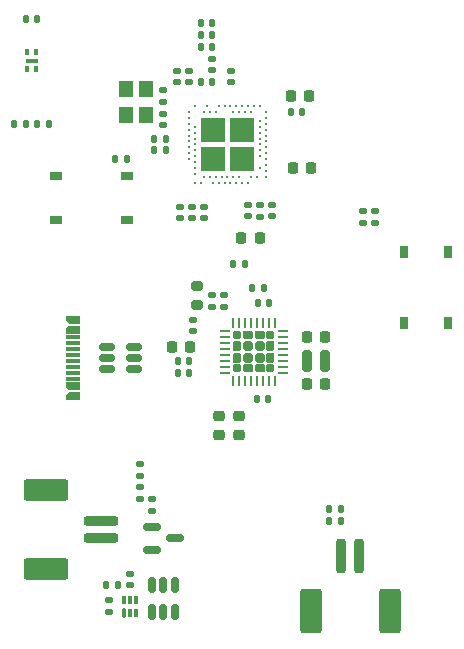
<source format=gbr>
G04 #@! TF.GenerationSoftware,KiCad,Pcbnew,8.0.9-8.0.9-0~ubuntu24.04.1*
G04 #@! TF.CreationDate,2025-04-11T12:42:37+02:00*
G04 #@! TF.ProjectId,Sensor_Nodes,53656e73-6f72-45f4-9e6f-6465732e6b69,rev?*
G04 #@! TF.SameCoordinates,Original*
G04 #@! TF.FileFunction,Paste,Top*
G04 #@! TF.FilePolarity,Positive*
%FSLAX46Y46*%
G04 Gerber Fmt 4.6, Leading zero omitted, Abs format (unit mm)*
G04 Created by KiCad (PCBNEW 8.0.9-8.0.9-0~ubuntu24.04.1) date 2025-04-11 12:42:37*
%MOMM*%
%LPD*%
G01*
G04 APERTURE LIST*
G04 Aperture macros list*
%AMRoundRect*
0 Rectangle with rounded corners*
0 $1 Rounding radius*
0 $2 $3 $4 $5 $6 $7 $8 $9 X,Y pos of 4 corners*
0 Add a 4 corners polygon primitive as box body*
4,1,4,$2,$3,$4,$5,$6,$7,$8,$9,$2,$3,0*
0 Add four circle primitives for the rounded corners*
1,1,$1+$1,$2,$3*
1,1,$1+$1,$4,$5*
1,1,$1+$1,$6,$7*
1,1,$1+$1,$8,$9*
0 Add four rect primitives between the rounded corners*
20,1,$1+$1,$2,$3,$4,$5,0*
20,1,$1+$1,$4,$5,$6,$7,0*
20,1,$1+$1,$6,$7,$8,$9,0*
20,1,$1+$1,$8,$9,$2,$3,0*%
%AMOutline5P*
0 Free polygon, 5 corners , with rotation*
0 The origin of the aperture is its center*
0 number of corners: always 5*
0 $1 to $10 corner X, Y*
0 $11 Rotation angle, in degrees counterclockwise*
0 create outline with 5 corners*
4,1,5,$1,$2,$3,$4,$5,$6,$7,$8,$9,$10,$1,$2,$11*%
%AMOutline6P*
0 Free polygon, 6 corners , with rotation*
0 The origin of the aperture is its center*
0 number of corners: always 6*
0 $1 to $12 corner X, Y*
0 $13 Rotation angle, in degrees counterclockwise*
0 create outline with 6 corners*
4,1,6,$1,$2,$3,$4,$5,$6,$7,$8,$9,$10,$11,$12,$1,$2,$13*%
%AMOutline7P*
0 Free polygon, 7 corners , with rotation*
0 The origin of the aperture is its center*
0 number of corners: always 7*
0 $1 to $14 corner X, Y*
0 $15 Rotation angle, in degrees counterclockwise*
0 create outline with 7 corners*
4,1,7,$1,$2,$3,$4,$5,$6,$7,$8,$9,$10,$11,$12,$13,$14,$1,$2,$15*%
%AMOutline8P*
0 Free polygon, 8 corners , with rotation*
0 The origin of the aperture is its center*
0 number of corners: always 8*
0 $1 to $16 corner X, Y*
0 $17 Rotation angle, in degrees counterclockwise*
0 create outline with 8 corners*
4,1,8,$1,$2,$3,$4,$5,$6,$7,$8,$9,$10,$11,$12,$13,$14,$15,$16,$1,$2,$17*%
%AMFreePoly0*
4,1,19,0.290204,0.301344,0.321117,0.247801,0.322490,0.232106,0.322490,-0.157228,0.301344,-0.215326,0.296017,-0.221139,0.221139,-0.296017,0.165105,-0.322146,0.157228,-0.322490,-0.232106,-0.322490,-0.290204,-0.301344,-0.321117,-0.247801,-0.322490,-0.232106,-0.322490,0.232106,-0.301344,0.290204,-0.247801,0.321117,-0.232106,0.322490,0.232106,0.322490,0.290204,0.301344,0.290204,0.301344,
$1*%
%AMFreePoly1*
4,1,21,0.231572,0.385173,0.236504,0.380653,0.300030,0.317127,0.322198,0.269587,0.322490,0.262904,0.322490,-0.262904,0.304550,-0.312195,0.300030,-0.317127,0.236504,-0.380653,0.188964,-0.402821,0.182281,-0.403113,-0.245807,-0.403113,-0.295098,-0.385173,-0.321325,-0.339746,-0.322490,-0.326430,-0.322490,0.326430,-0.304550,0.375721,-0.259123,0.401948,-0.245807,0.403113,0.182281,0.403113,
0.231572,0.385173,0.231572,0.385173,$1*%
%AMFreePoly2*
4,1,19,0.215326,0.301344,0.221139,0.296017,0.296017,0.221139,0.322146,0.165105,0.322490,0.157228,0.322490,-0.232106,0.301344,-0.290204,0.247801,-0.321117,0.232106,-0.322490,-0.232106,-0.322490,-0.290204,-0.301344,-0.321117,-0.247801,-0.322490,-0.232106,-0.322490,0.232106,-0.301344,0.290204,-0.247801,0.321117,-0.232106,0.322490,0.157228,0.322490,0.215326,0.301344,0.215326,0.301344,
$1*%
%AMFreePoly3*
4,1,21,0.375721,0.304550,0.401948,0.259123,0.403113,0.245807,0.403113,-0.182281,0.385173,-0.231572,0.380653,-0.236504,0.317127,-0.300030,0.269587,-0.322198,0.262904,-0.322490,-0.262904,-0.322490,-0.312195,-0.304550,-0.317127,-0.300030,-0.380653,-0.236504,-0.402821,-0.188964,-0.403113,-0.182281,-0.403113,0.245807,-0.385173,0.295098,-0.339746,0.321325,-0.326430,0.322490,0.326430,0.322490,
0.375721,0.304550,0.375721,0.304550,$1*%
%AMFreePoly4*
4,1,21,0.312195,0.304550,0.317127,0.300030,0.380653,0.236504,0.402821,0.188964,0.403113,0.182281,0.403113,-0.245807,0.385173,-0.295098,0.339746,-0.321325,0.326430,-0.322490,-0.326430,-0.322490,-0.375721,-0.304550,-0.401948,-0.259123,-0.403113,-0.245807,-0.403113,0.182281,-0.385173,0.231572,-0.380653,0.236504,-0.317127,0.300030,-0.269587,0.322198,-0.262904,0.322490,0.262904,0.322490,
0.312195,0.304550,0.312195,0.304550,$1*%
%AMFreePoly5*
4,1,19,0.290204,0.301344,0.321117,0.247801,0.322490,0.232106,0.322490,-0.232106,0.301344,-0.290204,0.247801,-0.321117,0.232106,-0.322490,-0.157228,-0.322490,-0.215326,-0.301344,-0.221139,-0.296017,-0.296017,-0.221139,-0.322146,-0.165105,-0.322490,-0.157228,-0.322490,0.232106,-0.301344,0.290204,-0.247801,0.321117,-0.232106,0.322490,0.232106,0.322490,0.290204,0.301344,0.290204,0.301344,
$1*%
%AMFreePoly6*
4,1,21,0.295098,0.385173,0.321325,0.339746,0.322490,0.326430,0.322490,-0.326430,0.304550,-0.375721,0.259123,-0.401948,0.245807,-0.403113,-0.182281,-0.403113,-0.231572,-0.385173,-0.236504,-0.380653,-0.300030,-0.317127,-0.322198,-0.269587,-0.322490,-0.262904,-0.322490,0.262904,-0.304550,0.312195,-0.300030,0.317127,-0.236504,0.380653,-0.188964,0.402821,-0.182281,0.403113,0.245807,0.403113,
0.295098,0.385173,0.295098,0.385173,$1*%
%AMFreePoly7*
4,1,19,0.290204,0.301344,0.321117,0.247801,0.322490,0.232106,0.322490,-0.232106,0.301344,-0.290204,0.247801,-0.321117,0.232106,-0.322490,-0.232106,-0.322490,-0.290204,-0.301344,-0.321117,-0.247801,-0.322490,-0.232106,-0.322490,0.157228,-0.301344,0.215326,-0.296017,0.221139,-0.221139,0.296017,-0.165105,0.322146,-0.157228,0.322490,0.232106,0.322490,0.290204,0.301344,0.290204,0.301344,
$1*%
G04 Aperture macros list end*
%ADD10RoundRect,0.140000X0.140000X0.170000X-0.140000X0.170000X-0.140000X-0.170000X0.140000X-0.170000X0*%
%ADD11RoundRect,0.140000X0.170000X-0.140000X0.170000X0.140000X-0.170000X0.140000X-0.170000X-0.140000X0*%
%ADD12RoundRect,0.140000X-0.170000X0.140000X-0.170000X-0.140000X0.170000X-0.140000X0.170000X0.140000X0*%
%ADD13RoundRect,0.140000X-0.140000X-0.170000X0.140000X-0.170000X0.140000X0.170000X-0.140000X0.170000X0*%
%ADD14RoundRect,0.150000X-0.150000X0.512500X-0.150000X-0.512500X0.150000X-0.512500X0.150000X0.512500X0*%
%ADD15R,1.000000X0.750000*%
%ADD16RoundRect,0.147500X0.172500X-0.147500X0.172500X0.147500X-0.172500X0.147500X-0.172500X-0.147500X0*%
%ADD17RoundRect,0.135000X0.185000X-0.135000X0.185000X0.135000X-0.185000X0.135000X-0.185000X-0.135000X0*%
%ADD18RoundRect,0.200000X-0.200000X0.700000X-0.200000X-0.700000X0.200000X-0.700000X0.200000X0.700000X0*%
%ADD19R,2.000000X2.000000*%
%ADD20C,0.250000*%
%ADD21RoundRect,0.135000X-0.135000X-0.185000X0.135000X-0.185000X0.135000X0.185000X-0.135000X0.185000X0*%
%ADD22RoundRect,0.150000X-0.587500X-0.150000X0.587500X-0.150000X0.587500X0.150000X-0.587500X0.150000X0*%
%ADD23RoundRect,0.150000X0.512500X0.150000X-0.512500X0.150000X-0.512500X-0.150000X0.512500X-0.150000X0*%
%ADD24RoundRect,0.225000X0.225000X0.250000X-0.225000X0.250000X-0.225000X-0.250000X0.225000X-0.250000X0*%
%ADD25RoundRect,0.135000X-0.185000X0.135000X-0.185000X-0.135000X0.185000X-0.135000X0.185000X0.135000X0*%
%ADD26RoundRect,0.135000X0.135000X0.185000X-0.135000X0.185000X-0.135000X-0.185000X0.135000X-0.185000X0*%
%ADD27FreePoly0,180.000000*%
%ADD28FreePoly1,180.000000*%
%ADD29FreePoly2,180.000000*%
%ADD30FreePoly3,180.000000*%
%ADD31RoundRect,0.201557X0.201556X0.201556X-0.201556X0.201556X-0.201556X-0.201556X0.201556X-0.201556X0*%
%ADD32FreePoly4,180.000000*%
%ADD33FreePoly5,180.000000*%
%ADD34FreePoly6,180.000000*%
%ADD35FreePoly7,180.000000*%
%ADD36RoundRect,0.062500X0.337500X0.062500X-0.337500X0.062500X-0.337500X-0.062500X0.337500X-0.062500X0*%
%ADD37RoundRect,0.062500X0.062500X0.337500X-0.062500X0.337500X-0.062500X-0.337500X0.062500X-0.337500X0*%
%ADD38R,0.300000X0.500000*%
%ADD39RoundRect,0.100000X-0.400000X-0.100000X0.400000X-0.100000X0.400000X0.100000X-0.400000X0.100000X0*%
%ADD40RoundRect,0.200000X0.275000X-0.200000X0.275000X0.200000X-0.275000X0.200000X-0.275000X-0.200000X0*%
%ADD41RoundRect,0.200000X-1.250000X0.200000X-1.250000X-0.200000X1.250000X-0.200000X1.250000X0.200000X0*%
%ADD42RoundRect,0.250000X-1.650000X0.650000X-1.650000X-0.650000X1.650000X-0.650000X1.650000X0.650000X0*%
%ADD43RoundRect,0.070000X-0.070000X-0.355000X0.070000X-0.355000X0.070000X0.355000X-0.070000X0.355000X0*%
%ADD44RoundRect,0.070000X-0.070000X-0.305000X0.070000X-0.305000X0.070000X0.305000X-0.070000X0.305000X0*%
%ADD45RoundRect,0.218750X-0.256250X0.218750X-0.256250X-0.218750X0.256250X-0.218750X0.256250X0.218750X0*%
%ADD46R,1.200000X1.400000*%
%ADD47RoundRect,0.225000X-0.225000X-0.250000X0.225000X-0.250000X0.225000X0.250000X-0.225000X0.250000X0*%
%ADD48R,0.750000X1.000000*%
%ADD49Outline5P,-0.300000X0.575000X0.300000X0.575000X0.300000X-0.365000X0.090000X-0.575000X-0.300000X-0.575000X270.000000*%
%ADD50Outline5P,-0.300000X0.620000X0.300000X0.620000X0.300000X-0.620000X-0.090000X-0.620000X-0.300000X-0.410000X270.000000*%
%ADD51R,1.240000X0.300000*%
%ADD52Outline5P,-0.300000X0.620000X0.300000X0.620000X0.300000X-0.410000X0.090000X-0.620000X-0.300000X-0.620000X270.000000*%
%ADD53Outline5P,-0.300000X0.575000X0.300000X0.575000X0.300000X-0.575000X-0.090000X-0.575000X-0.300000X-0.365000X270.000000*%
%ADD54RoundRect,0.200000X-0.200000X-1.250000X0.200000X-1.250000X0.200000X1.250000X-0.200000X1.250000X0*%
%ADD55RoundRect,0.250000X-0.650000X-1.650000X0.650000X-1.650000X0.650000X1.650000X-0.650000X1.650000X0*%
%ADD56RoundRect,0.218750X-0.218750X-0.256250X0.218750X-0.256250X0.218750X0.256250X-0.218750X0.256250X0*%
G04 APERTURE END LIST*
D10*
X100940000Y-107761000D03*
X99980000Y-107761000D03*
D11*
X98710000Y-84786000D03*
X98710000Y-83826000D03*
D12*
X116710000Y-94051000D03*
X116710000Y-95011000D03*
D10*
X98960000Y-88906000D03*
X98000000Y-88906000D03*
D13*
X106780000Y-101861000D03*
X107740000Y-101861000D03*
D14*
X99730000Y-125721000D03*
X98780000Y-125721000D03*
X97830000Y-125721000D03*
X97830000Y-127996000D03*
X98780000Y-127996000D03*
X99730000Y-127996000D03*
D15*
X95680000Y-94821000D03*
X89680000Y-94821000D03*
X89680000Y-91071000D03*
X95680000Y-91071000D03*
D16*
X102930000Y-82136000D03*
X102930000Y-81166000D03*
D11*
X102910000Y-102141000D03*
X102910000Y-101181000D03*
D17*
X115710000Y-95031000D03*
X115710000Y-94011000D03*
D10*
X98960000Y-87906000D03*
X98000000Y-87906000D03*
D18*
X112435000Y-106721000D03*
X110935000Y-106721000D03*
D11*
X95930000Y-125731000D03*
X95930000Y-124771000D03*
D19*
X102987500Y-89612500D03*
X105412500Y-89612500D03*
X102987500Y-87187500D03*
X105412500Y-87187500D03*
D20*
X100950000Y-89650000D03*
X100950000Y-89150000D03*
X100950000Y-88650000D03*
X100950000Y-88150000D03*
X100950000Y-87650000D03*
X100950000Y-87150000D03*
X100950000Y-86650000D03*
X100950000Y-86150000D03*
X100950000Y-85650000D03*
X106450000Y-85150000D03*
X106700000Y-91150000D03*
X106950000Y-90400000D03*
X106950000Y-89400000D03*
X106950000Y-88900000D03*
X106950000Y-88400000D03*
X106950000Y-87900000D03*
X106950000Y-87400000D03*
X106950000Y-86900000D03*
X106950000Y-86400000D03*
X106950000Y-85150000D03*
X107450000Y-91150000D03*
X107450000Y-90650000D03*
X107450000Y-90150000D03*
X107450000Y-89650000D03*
X107450000Y-89150000D03*
X107450000Y-88650000D03*
X107450000Y-88150000D03*
X107450000Y-87650000D03*
X107450000Y-87150000D03*
X107450000Y-86650000D03*
X107450000Y-86150000D03*
X107450000Y-85650000D03*
X101450000Y-91650000D03*
X101450000Y-90900000D03*
X101450000Y-90400000D03*
X101450000Y-89900000D03*
X101450000Y-89400000D03*
X101450000Y-88900000D03*
X101450000Y-88400000D03*
X101450000Y-87900000D03*
X101450000Y-87400000D03*
X101450000Y-86900000D03*
X101450000Y-85150000D03*
X101950000Y-91650000D03*
X102200000Y-91150000D03*
X102200000Y-85650000D03*
X102450000Y-85150000D03*
X102700000Y-91150000D03*
X102700000Y-85650000D03*
X102950000Y-91650000D03*
X103200000Y-91150000D03*
X103200000Y-85650000D03*
X103450000Y-91650000D03*
X103450000Y-85150000D03*
X103700000Y-91150000D03*
X103950000Y-91650000D03*
X103950000Y-85150000D03*
X104200000Y-91150000D03*
X104450000Y-91650000D03*
X104450000Y-85150000D03*
X104700000Y-91150000D03*
X104700000Y-85650000D03*
X104950000Y-91650000D03*
X104950000Y-85150000D03*
X105200000Y-91150000D03*
X105200000Y-85650000D03*
X105450000Y-91650000D03*
X105450000Y-85150000D03*
X105700000Y-85650000D03*
X105950000Y-91650000D03*
X105950000Y-85150000D03*
X106200000Y-91150000D03*
X106200000Y-85650000D03*
D21*
X86145000Y-86708500D03*
X87165000Y-86708500D03*
X93900000Y-125733500D03*
X94920000Y-125733500D03*
D22*
X97842500Y-120811000D03*
X97842500Y-122711000D03*
X99717500Y-121761000D03*
D21*
X104670000Y-98501000D03*
X105690000Y-98501000D03*
D23*
X96247500Y-107421000D03*
X96247500Y-106471000D03*
X96247500Y-105521000D03*
X93972500Y-105521000D03*
X93972500Y-106471000D03*
X93972500Y-107421000D03*
D12*
X98710000Y-85826000D03*
X98710000Y-86786000D03*
D13*
X106710000Y-109991000D03*
X107670000Y-109991000D03*
D24*
X101020000Y-105511000D03*
X99470000Y-105511000D03*
D25*
X94180000Y-126941000D03*
X94180000Y-127961000D03*
D26*
X113830000Y-119291000D03*
X112810000Y-119291000D03*
D25*
X106970000Y-93511000D03*
X106970000Y-94531000D03*
D10*
X100940000Y-106761000D03*
X99980000Y-106761000D03*
D21*
X112820000Y-120291000D03*
X113840000Y-120291000D03*
D27*
X107835000Y-107371000D03*
D28*
X107835000Y-106471000D03*
X107835000Y-105471000D03*
D29*
X107835000Y-104571000D03*
D30*
X106935000Y-107371000D03*
D31*
X106935000Y-106471000D03*
X106935000Y-105471000D03*
D32*
X106935000Y-104571000D03*
D30*
X105935000Y-107371000D03*
D31*
X105935000Y-106471000D03*
X105935000Y-105471000D03*
D32*
X105935000Y-104571000D03*
D33*
X105035000Y-107371000D03*
D34*
X105035000Y-106471000D03*
X105035000Y-105471000D03*
D35*
X105035000Y-104571000D03*
D36*
X108885000Y-107721000D03*
X108885000Y-107221000D03*
X108885000Y-106721000D03*
X108885000Y-106221000D03*
X108885000Y-105721000D03*
X108885000Y-105221000D03*
X108885000Y-104721000D03*
X108885000Y-104221000D03*
D37*
X108185000Y-103521000D03*
X107685000Y-103521000D03*
X107185000Y-103521000D03*
X106685000Y-103521000D03*
X106185000Y-103521000D03*
X105685000Y-103521000D03*
X105185000Y-103521000D03*
X104685000Y-103521000D03*
D36*
X103985000Y-104221000D03*
X103985000Y-104721000D03*
X103985000Y-105221000D03*
X103985000Y-105721000D03*
X103985000Y-106221000D03*
X103985000Y-106721000D03*
X103985000Y-107221000D03*
X103985000Y-107721000D03*
D37*
X104685000Y-108421000D03*
X105185000Y-108421000D03*
X105685000Y-108421000D03*
X106185000Y-108421000D03*
X106685000Y-108421000D03*
X107185000Y-108421000D03*
X107685000Y-108421000D03*
X108185000Y-108421000D03*
D12*
X107980000Y-93521000D03*
X107980000Y-94481000D03*
D38*
X87220000Y-82008500D03*
X88020000Y-82008500D03*
X88020000Y-80608500D03*
X87220000Y-80608500D03*
D39*
X87620000Y-81308500D03*
D40*
X101630000Y-102006000D03*
X101630000Y-100356000D03*
D41*
X93510000Y-120261000D03*
X93510000Y-121761000D03*
D42*
X88810000Y-117661000D03*
X88810000Y-124361000D03*
D12*
X101210000Y-93676000D03*
X101210000Y-94636000D03*
D43*
X95430000Y-128041000D03*
D44*
X95930000Y-128091000D03*
X96430000Y-128091000D03*
X96430000Y-126941000D03*
X95930000Y-126941000D03*
X95430000Y-126941000D03*
D25*
X97840000Y-118391000D03*
X97840000Y-119411000D03*
D10*
X102930000Y-79151000D03*
X101970000Y-79151000D03*
D45*
X105185000Y-111396000D03*
X105185000Y-112971000D03*
D10*
X102930000Y-78151000D03*
X101970000Y-78151000D03*
D13*
X109550000Y-85651000D03*
X110510000Y-85651000D03*
D12*
X105947500Y-93538500D03*
X105947500Y-94498500D03*
D46*
X95610000Y-83706000D03*
X95610000Y-85906000D03*
X97310000Y-85906000D03*
X97310000Y-83706000D03*
D47*
X110910000Y-108721000D03*
X112460000Y-108721000D03*
D10*
X102930000Y-80151000D03*
X101970000Y-80151000D03*
D12*
X100200000Y-93681000D03*
X100200000Y-94641000D03*
X102235000Y-93676000D03*
X102235000Y-94636000D03*
D48*
X119140000Y-103546000D03*
X119140000Y-97546000D03*
X122890000Y-97546000D03*
X122890000Y-103546000D03*
D11*
X101270000Y-104201000D03*
X101270000Y-103241000D03*
D26*
X107280000Y-100521000D03*
X106260000Y-100521000D03*
D10*
X102930000Y-83151000D03*
X101970000Y-83151000D03*
D11*
X104460000Y-83136000D03*
X104460000Y-82176000D03*
D49*
X91130000Y-103271000D03*
D50*
X91080000Y-104071000D03*
D51*
X91080000Y-105221000D03*
X91080000Y-106221000D03*
X91080000Y-106721000D03*
X91080000Y-107721000D03*
D52*
X91080000Y-108871000D03*
D53*
X91130000Y-109671000D03*
X91130000Y-109671000D03*
D52*
X91080000Y-108871000D03*
D51*
X91080000Y-108221000D03*
X91080000Y-107221000D03*
X91080000Y-105721000D03*
X91080000Y-104721000D03*
D50*
X91080000Y-104071000D03*
D49*
X91130000Y-103271000D03*
D17*
X96830000Y-116451000D03*
X96830000Y-115431000D03*
D11*
X100960000Y-83136000D03*
X100960000Y-82176000D03*
D21*
X94670000Y-89611000D03*
X95690000Y-89611000D03*
D54*
X113840000Y-123211000D03*
X115340000Y-123211000D03*
D55*
X111240000Y-127911000D03*
X117940000Y-127911000D03*
D47*
X109745000Y-90421000D03*
X111295000Y-90421000D03*
X110910000Y-104721000D03*
X112460000Y-104721000D03*
D17*
X103920000Y-102186000D03*
X103920000Y-101166000D03*
D26*
X89085000Y-86708500D03*
X88065000Y-86708500D03*
D11*
X99960000Y-83156000D03*
X99960000Y-82196000D03*
D56*
X105352500Y-96361000D03*
X106927500Y-96361000D03*
D17*
X96830000Y-118391000D03*
X96830000Y-117371000D03*
D47*
X109547500Y-84293500D03*
X111097500Y-84293500D03*
D45*
X103440000Y-111411000D03*
X103440000Y-112986000D03*
D10*
X88100000Y-77758500D03*
X87140000Y-77758500D03*
M02*

</source>
